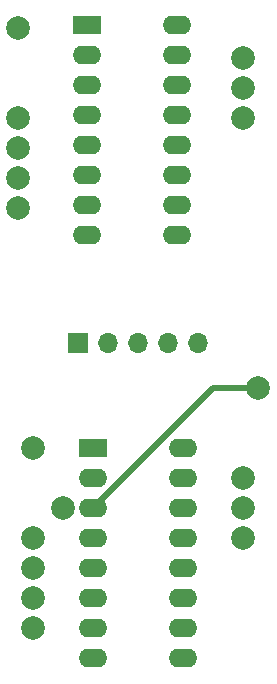
<source format=gbr>
G04 #@! TF.GenerationSoftware,KiCad,Pcbnew,5.1.5*
G04 #@! TF.CreationDate,2020-04-29T16:44:52+03:00*
G04 #@! TF.ProjectId,plikter,706c696b-7465-4722-9e6b-696361645f70,rev?*
G04 #@! TF.SameCoordinates,Original*
G04 #@! TF.FileFunction,Copper,L1,Top*
G04 #@! TF.FilePolarity,Positive*
%FSLAX46Y46*%
G04 Gerber Fmt 4.6, Leading zero omitted, Abs format (unit mm)*
G04 Created by KiCad (PCBNEW 5.1.5) date 2020-04-29 16:44:52*
%MOMM*%
%LPD*%
G04 APERTURE LIST*
%ADD10O,2.400000X1.600000*%
%ADD11R,2.400000X1.600000*%
%ADD12O,1.700000X1.700000*%
%ADD13R,1.700000X1.700000*%
%ADD14C,2.000000*%
%ADD15C,0.500000*%
G04 APERTURE END LIST*
D10*
X78220000Y-61980000D03*
X70600000Y-79760000D03*
X78220000Y-64520000D03*
X70600000Y-77220000D03*
X78220000Y-67060000D03*
X70600000Y-74680000D03*
X78220000Y-69600000D03*
X70600000Y-72140000D03*
X78220000Y-72140000D03*
X70600000Y-69600000D03*
X78220000Y-74680000D03*
X70600000Y-67060000D03*
X78220000Y-77220000D03*
X70600000Y-64520000D03*
X78220000Y-79760000D03*
D11*
X70600000Y-61980000D03*
D10*
X78740000Y-97790000D03*
X71120000Y-115570000D03*
X78740000Y-100330000D03*
X71120000Y-113030000D03*
X78740000Y-102870000D03*
X71120000Y-110490000D03*
X78740000Y-105410000D03*
X71120000Y-107950000D03*
X78740000Y-107950000D03*
X71120000Y-105410000D03*
X78740000Y-110490000D03*
X71120000Y-102870000D03*
X78740000Y-113030000D03*
X71120000Y-100330000D03*
X78740000Y-115570000D03*
D11*
X71120000Y-97790000D03*
D12*
X80010000Y-88900000D03*
X77470000Y-88900000D03*
X74930000Y-88900000D03*
X72390000Y-88900000D03*
D13*
X69850000Y-88900000D03*
D14*
X64770000Y-77470000D03*
X66040000Y-113030000D03*
X64770000Y-74930000D03*
X66040000Y-110490000D03*
X64770000Y-72390000D03*
X66040000Y-107950000D03*
X64770000Y-69850000D03*
X66040000Y-105410000D03*
X83820000Y-69850000D03*
X83820000Y-105410000D03*
X83820000Y-67310000D03*
X83820000Y-102870000D03*
X83820000Y-64770000D03*
X83820000Y-100330000D03*
X64770000Y-62230000D03*
X66040000Y-97790000D03*
X85090000Y-92710000D03*
X68580000Y-102870000D03*
D15*
X85090000Y-92710000D02*
X81280000Y-92710000D01*
X81280000Y-92710000D02*
X71120000Y-102870000D01*
M02*

</source>
